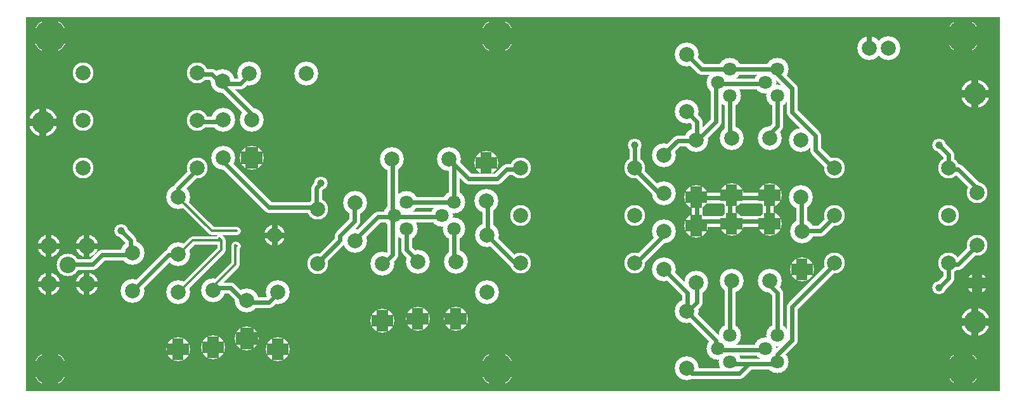
<source format=gbr>
%FSLAX34Y34*%
%MOMM*%
%LNCOPPER_BOTTOM*%
G71*
G01*
%ADD10C,3.000*%
%ADD11C,3.200*%
%ADD12C,2.800*%
%ADD13C,2.800*%
%ADD14C,1.400*%
%ADD15C,1.100*%
%ADD16C,1.800*%
%ADD17C,3.000*%
%ADD18C,3.800*%
%ADD19C,4.500*%
%ADD20C,1.467*%
%ADD21C,0.667*%
%ADD22C,0.813*%
%ADD23C,0.767*%
%ADD24C,1.713*%
%ADD25C,0.733*%
%ADD26C,1.000*%
%ADD27C,2.222*%
%ADD28C,2.179*%
%ADD29C,2.480*%
%ADD30C,2.537*%
%ADD31C,1.380*%
%ADD32C,1.800*%
%ADD33C,2.000*%
%ADD34C,2.000*%
%ADD35C,0.600*%
%ADD36C,0.300*%
%ADD37C,1.000*%
%ADD38C,2.200*%
%ADD39C,4.300*%
%LPD*%
G36*
X-76200Y76200D02*
X1223800Y76200D01*
X1223800Y-423800D01*
X-76200Y-423800D01*
X-76200Y76200D01*
G37*
%LPC*%
X863600Y6350D02*
G54D10*
D03*
X847700Y-11225D02*
G54D10*
D03*
X863635Y-28841D02*
G54D10*
D03*
X927100Y6350D02*
G54D10*
D03*
X911200Y-11225D02*
G54D10*
D03*
X927135Y-28841D02*
G54D10*
D03*
X863600Y-349250D02*
G54D10*
D03*
X847700Y-366825D02*
G54D10*
D03*
X863635Y-384441D02*
G54D10*
D03*
X927100Y-349250D02*
G54D10*
D03*
X911200Y-366825D02*
G54D10*
D03*
X927135Y-384441D02*
G54D10*
D03*
X865529Y-161975D02*
G54D11*
D03*
X865579Y-85725D02*
G54D11*
D03*
X865529Y-276275D02*
G54D11*
D03*
X865579Y-200025D02*
G54D11*
D03*
X916329Y-161975D02*
G54D11*
D03*
X916379Y-85725D02*
G54D11*
D03*
X916329Y-276275D02*
G54D11*
D03*
X916379Y-200025D02*
G54D11*
D03*
X818538Y-164535D02*
G54D11*
D03*
X818588Y-88285D02*
G54D11*
D03*
X818538Y-278835D02*
G54D11*
D03*
X818588Y-202585D02*
G54D11*
D03*
X805838Y-393135D02*
G54D11*
D03*
X805888Y-316885D02*
G54D11*
D03*
X805838Y-50235D02*
G54D11*
D03*
X805888Y26015D02*
G54D11*
D03*
X775577Y-108716D02*
G54D11*
D03*
X775577Y-159516D02*
G54D11*
D03*
X775577Y-210316D02*
G54D11*
D03*
X775577Y-261116D02*
G54D11*
D03*
X958238Y-164535D02*
G54D11*
D03*
X958288Y-88285D02*
G54D11*
D03*
X959727Y-210316D02*
G54D11*
D03*
X959727Y-261116D02*
G54D11*
D03*
X818538Y-164535D02*
G54D12*
D03*
X818588Y-202585D02*
G54D12*
D03*
X865579Y-200025D02*
G54D12*
D03*
X865529Y-161975D02*
G54D12*
D03*
X916379Y-200025D02*
G54D12*
D03*
X916329Y-161975D02*
G54D12*
D03*
X959727Y-261116D02*
G54D12*
D03*
X584200Y-125350D02*
G54D13*
D03*
X736600Y-125350D02*
G54D13*
D03*
X584200Y-252350D02*
G54D13*
D03*
X584200Y-188850D02*
G54D13*
D03*
X736600Y-188850D02*
G54D13*
D03*
X736600Y-252350D02*
G54D13*
D03*
X1003300Y-125350D02*
G54D13*
D03*
X1155700Y-125350D02*
G54D13*
D03*
X1003300Y-252350D02*
G54D13*
D03*
X1003300Y-188850D02*
G54D13*
D03*
X1155700Y-188850D02*
G54D13*
D03*
X1155700Y-252350D02*
G54D13*
D03*
X584200Y-188850D02*
G54D12*
D03*
X736600Y-188850D02*
G54D12*
D03*
X1003300Y-188850D02*
G54D12*
D03*
X1155700Y-188850D02*
G54D12*
D03*
X1049475Y34325D02*
G54D11*
D03*
X1074975Y34325D02*
G54D11*
D03*
X431800Y-171450D02*
G54D10*
D03*
X415900Y-189025D02*
G54D10*
D03*
X431835Y-206641D02*
G54D10*
D03*
X495300Y-171450D02*
G54D10*
D03*
X479400Y-189025D02*
G54D10*
D03*
X495335Y-206641D02*
G54D10*
D03*
X446429Y-327075D02*
G54D11*
D03*
X446479Y-250825D02*
G54D11*
D03*
X497229Y-327075D02*
G54D11*
D03*
X497279Y-250825D02*
G54D11*
D03*
X399438Y-329635D02*
G54D11*
D03*
X399488Y-253385D02*
G54D11*
D03*
X399488Y-253385D02*
G54D11*
D03*
X362827Y-172216D02*
G54D11*
D03*
X362827Y-223016D02*
G54D11*
D03*
X412148Y-113661D02*
G54D11*
D03*
X488399Y-113711D02*
G54D11*
D03*
X488399Y-113711D02*
G54D11*
D03*
X539536Y-215535D02*
G54D11*
D03*
X539486Y-291785D02*
G54D11*
D03*
X538048Y-169753D02*
G54D11*
D03*
X538048Y-118953D02*
G54D11*
D03*
X538048Y-118953D02*
G54D12*
D03*
X446429Y-327075D02*
G54D12*
D03*
X497229Y-327075D02*
G54D12*
D03*
X399438Y-329635D02*
G54D12*
D03*
G54D14*
X412148Y-113661D02*
X412750Y-114300D01*
X412750Y-190500D01*
X415900Y-189025D01*
G54D14*
X399488Y-253385D02*
X400050Y-254000D01*
X412750Y-241300D01*
X412750Y-190500D01*
X415900Y-189025D01*
G54D14*
X446479Y-250825D02*
X444500Y-247650D01*
X431800Y-234950D01*
X431800Y-209550D01*
X431835Y-206641D01*
G54D14*
X479400Y-189025D02*
X476250Y-190500D01*
X412750Y-190500D01*
X415900Y-189025D01*
G54D14*
X495300Y-171450D02*
X431800Y-171450D01*
G54D14*
X488399Y-113711D02*
X488950Y-114300D01*
X495300Y-120650D01*
X495300Y-171450D01*
G54D14*
X497279Y-250825D02*
X495300Y-247650D01*
X495300Y-209550D01*
X495335Y-206641D01*
G54D14*
X539536Y-215535D02*
X539750Y-215900D01*
X577850Y-254000D01*
X584200Y-254000D01*
X584200Y-252350D01*
G54D14*
X538048Y-169753D02*
X539750Y-171450D01*
X539750Y-215900D01*
X539536Y-215535D01*
G54D14*
X488399Y-113711D02*
X488950Y-114300D01*
X514350Y-139700D01*
X552450Y-139700D01*
X565150Y-127000D01*
X584200Y-127000D01*
X584200Y-125350D01*
G54D14*
X736600Y-252350D02*
X736600Y-254000D01*
X774700Y-215900D01*
X774700Y-209550D01*
X775577Y-210316D01*
G54D14*
X736600Y-125350D02*
X736600Y-127000D01*
X768350Y-158750D01*
X774700Y-158750D01*
X775577Y-159516D01*
G54D14*
X775577Y-108716D02*
X774700Y-107950D01*
X793750Y-88900D01*
X819150Y-88900D01*
X818588Y-88285D01*
G54D14*
X805838Y-50235D02*
X806450Y-50800D01*
X819150Y-63500D01*
X819150Y-88900D01*
X818588Y-88285D01*
G54D14*
X818588Y-88285D02*
X819150Y-88900D01*
X844550Y-63500D01*
X844550Y-12700D01*
X847700Y-11225D01*
G54D14*
X865579Y-85725D02*
X863600Y-82550D01*
X863600Y-31750D01*
X863635Y-28841D01*
G54D14*
X911200Y-11225D02*
X908050Y-12700D01*
X844550Y-12700D01*
X847700Y-11225D01*
G54D14*
X927100Y6350D02*
X863600Y6350D01*
G54D14*
X805888Y26015D02*
X806450Y25400D01*
X825500Y6350D01*
X927100Y6350D01*
G54D14*
X1003300Y-125350D02*
X1003300Y-127000D01*
X977900Y-101600D01*
X977900Y-82550D01*
X946150Y-50800D01*
X946150Y-19050D01*
X927100Y0D01*
X927100Y6350D01*
G54D14*
X916379Y-85725D02*
X914400Y-82550D01*
X927100Y-69850D01*
X927100Y-31750D01*
X927135Y-28841D01*
G54D14*
X916329Y-161975D02*
X914400Y-165100D01*
X863600Y-165100D01*
X865529Y-161975D01*
G54D14*
X818538Y-164535D02*
X819150Y-165100D01*
X863600Y-165100D01*
X865529Y-161975D01*
G54D14*
X818588Y-202585D02*
X819150Y-203200D01*
X819150Y-165100D01*
X818538Y-164535D01*
G54D14*
X818588Y-202585D02*
X819150Y-203200D01*
X825500Y-196850D01*
X863600Y-196850D01*
X865579Y-200025D01*
G54D14*
X916379Y-200025D02*
X914400Y-196850D01*
X863600Y-196850D01*
X865579Y-200025D01*
G54D14*
X959727Y-210316D02*
X958850Y-209550D01*
X958850Y-165100D01*
X958238Y-164535D01*
G54D14*
X1003300Y-188850D02*
X1003300Y-190500D01*
X984250Y-209550D01*
X958850Y-209550D01*
X959727Y-210316D01*
G54D14*
X1003300Y-252350D02*
X1003300Y-254000D01*
X946150Y-311150D01*
X946150Y-355600D01*
X927100Y-374650D01*
X927100Y-387350D01*
X927135Y-384441D01*
G54D14*
X916329Y-276275D02*
X914400Y-279400D01*
X927100Y-292100D01*
X927100Y-349250D01*
G54D14*
X865529Y-276275D02*
X863600Y-279400D01*
X863600Y-349250D01*
G54D14*
X805888Y-316885D02*
X806450Y-317500D01*
X844550Y-355600D01*
X844550Y-368300D01*
X847700Y-366825D01*
G54D14*
X775577Y-261116D02*
X774700Y-260350D01*
X806450Y-292100D01*
X806450Y-317500D01*
X805888Y-316885D01*
G54D14*
X805888Y-316885D02*
X806450Y-317500D01*
X819150Y-304800D01*
X819150Y-279400D01*
X818538Y-278835D01*
G54D14*
X911200Y-366825D02*
X908050Y-368300D01*
X844550Y-368300D01*
X847700Y-366825D01*
G54D14*
X805838Y-393135D02*
X806450Y-393700D01*
X812800Y-400050D01*
X876300Y-400050D01*
X889000Y-387350D01*
X927100Y-387350D01*
X927135Y-384441D01*
G54D14*
X927135Y-384441D02*
X927100Y-387350D01*
X863600Y-387350D01*
X863635Y-384441D01*
G54D14*
X362827Y-223016D02*
X361950Y-222250D01*
X393700Y-190500D01*
X412750Y-190500D01*
X415900Y-189025D01*
X173379Y-365175D02*
G54D11*
D03*
X173429Y-288925D02*
G54D11*
D03*
X126388Y-367735D02*
G54D11*
D03*
X126438Y-291485D02*
G54D11*
D03*
X126438Y-291485D02*
G54D11*
D03*
X173379Y-365175D02*
G54D12*
D03*
X126388Y-367735D02*
G54D12*
D03*
X312874Y-253593D02*
G54D13*
D03*
X255724Y-215493D02*
G54D13*
D03*
X312874Y-180568D02*
G54D13*
D03*
X255724Y-215493D02*
G54D13*
D03*
X218481Y-302291D02*
G54D11*
D03*
X218593Y-353272D02*
G54D11*
D03*
X218593Y-353272D02*
G54D13*
D03*
X218593Y-353272D02*
G54D13*
D03*
X186997Y-112161D02*
G54D11*
D03*
X186885Y-61180D02*
G54D11*
D03*
X224831Y-60991D02*
G54D11*
D03*
X224943Y-111972D02*
G54D11*
D03*
X224943Y-111972D02*
G54D13*
D03*
X224943Y-111972D02*
G54D13*
D03*
X126472Y-164471D02*
G54D11*
D03*
X126422Y-240721D02*
G54D11*
D03*
X126422Y-240721D02*
G54D11*
D03*
X66081Y-238791D02*
G54D11*
D03*
X66193Y-289772D02*
G54D11*
D03*
X0Y1650D02*
G54D13*
D03*
X152400Y1650D02*
G54D13*
D03*
X0Y-125350D02*
G54D13*
D03*
X0Y-61850D02*
G54D13*
D03*
X152400Y-61850D02*
G54D13*
D03*
X152400Y-125350D02*
G54D13*
D03*
X0Y-61850D02*
G54D12*
D03*
X152400Y-61850D02*
G54D12*
D03*
X186103Y-9534D02*
G54D11*
D03*
X259738Y-367735D02*
G54D11*
D03*
X259788Y-291485D02*
G54D11*
D03*
X259788Y-291485D02*
G54D11*
D03*
X259738Y-367735D02*
G54D12*
D03*
G54D14*
X186103Y-9534D02*
X184150Y-12700D01*
X171450Y0D01*
X152400Y0D01*
X152400Y1650D01*
G54D14*
X186103Y-9534D02*
X184150Y-12700D01*
X222250Y-50800D01*
X222250Y-63500D01*
X224831Y-60991D01*
G54D14*
X152400Y-61850D02*
X152400Y-63500D01*
X184150Y-63500D01*
X186885Y-61180D01*
G54D14*
X186997Y-112161D02*
X184150Y-114300D01*
X247650Y-177800D01*
X311150Y-177800D01*
X312874Y-180568D01*
G54D14*
X152400Y-125350D02*
X152400Y-127000D01*
X127000Y-152400D01*
X127000Y-165100D01*
X126472Y-164471D01*
G54D14*
X66193Y-289772D02*
X63500Y-292100D01*
X114300Y-241300D01*
X127000Y-241300D01*
X126422Y-240721D01*
G54D15*
X126422Y-240721D02*
X127000Y-241300D01*
X146050Y-222250D01*
X184150Y-222250D01*
X181650Y-219750D01*
G54D15*
X126438Y-291485D02*
X127000Y-292100D01*
X184150Y-234950D01*
X184150Y-222250D01*
X181650Y-219750D01*
G54D15*
X173429Y-288925D02*
X171450Y-285750D01*
X203200Y-254000D01*
X203200Y-228600D01*
X204550Y-229950D01*
G54D14*
X218481Y-302291D02*
X215900Y-304800D01*
X196850Y-285750D01*
X171450Y-285750D01*
X173429Y-288925D01*
G54D14*
X259788Y-291485D02*
X260350Y-292100D01*
X247650Y-304800D01*
X215900Y-304800D01*
X218481Y-302291D01*
G54D14*
X312874Y-253593D02*
X311150Y-254000D01*
X342900Y-222250D01*
X342900Y-215900D01*
X361950Y-196850D01*
X361950Y-171450D01*
X362827Y-172216D01*
G54D14*
X916379Y-200025D02*
X914400Y-196850D01*
X914400Y-165100D01*
X916329Y-161975D01*
G54D14*
X865579Y-200025D02*
X863600Y-196850D01*
X863600Y-165100D01*
X865529Y-161975D01*
X317500Y-146050D02*
G54D16*
D03*
X736600Y-95250D02*
G54D16*
D03*
X1143000Y-95250D02*
G54D16*
D03*
X1143000Y-285750D02*
G54D16*
D03*
G54D15*
X126472Y-164471D02*
X127000Y-165100D01*
X171450Y-209550D01*
X203200Y-209550D01*
X204550Y-209550D01*
G54D14*
X1143000Y-95250D02*
X1155700Y-107950D01*
X1155700Y-127000D01*
X1155700Y-125350D01*
G54D14*
X1143000Y-285750D02*
X1155700Y-273050D01*
X1155700Y-254000D01*
X1155700Y-252350D01*
G54D14*
X317500Y-146050D02*
X311150Y-152400D01*
X311150Y-177800D01*
X312874Y-180568D01*
G54D14*
X736600Y-95250D02*
X736600Y-127000D01*
X736600Y-125350D01*
X-46269Y-230119D02*
G54D17*
D03*
X4531Y-230119D02*
G54D17*
D03*
X-20869Y-255519D02*
G54D17*
D03*
X4531Y-280919D02*
G54D17*
D03*
X-46269Y-280919D02*
G54D17*
D03*
X50800Y-209550D02*
G54D16*
D03*
G54D14*
X-20869Y-255519D02*
X-19050Y-254000D01*
X12700Y-254000D01*
X25400Y-241300D01*
X63500Y-241300D01*
X66081Y-238791D01*
G54D14*
X50800Y-209550D02*
X63500Y-222250D01*
X63500Y-241300D01*
X66081Y-238791D01*
X221649Y639D02*
G54D11*
D03*
X297898Y589D02*
G54D11*
D03*
X297898Y589D02*
G54D11*
D03*
G54D14*
X221649Y639D02*
X222250Y0D01*
X209550Y-12700D01*
X184150Y-12700D01*
X186103Y-9534D01*
X-53974Y-64963D02*
G54D18*
D03*
X-44450Y-393700D02*
G54D19*
D03*
X-44450Y50800D02*
G54D19*
D03*
X1174750Y50800D02*
G54D19*
D03*
X1174750Y-393700D02*
G54D19*
D03*
X1193800Y-158750D02*
G54D13*
D03*
X1193800Y-228600D02*
G54D13*
D03*
G54D14*
X1193800Y-152400D02*
X1168400Y-127000D01*
X1155700Y-127000D01*
X1155700Y-125350D01*
G54D14*
X1193800Y-228600D02*
X1168400Y-254000D01*
X1155700Y-254000D01*
X1155700Y-252350D01*
X1193800Y-279400D02*
G54D13*
D03*
X1190626Y-26863D02*
G54D18*
D03*
X1190626Y-331663D02*
G54D18*
D03*
X552450Y-393700D02*
G54D19*
D03*
X552450Y50800D02*
G54D19*
D03*
%LPD*%
G54D20*
G36*
X811205Y-164535D02*
X811205Y-150035D01*
X825872Y-150035D01*
X825872Y-164535D01*
X811205Y-164535D01*
G37*
G36*
X818538Y-157201D02*
X833038Y-157201D01*
X833038Y-171868D01*
X818538Y-171868D01*
X818538Y-157201D01*
G37*
G36*
X825872Y-164535D02*
X825872Y-179035D01*
X811205Y-179035D01*
X811205Y-164535D01*
X825872Y-164535D01*
G37*
G36*
X818538Y-171868D02*
X804038Y-171868D01*
X804038Y-157201D01*
X818538Y-157201D01*
X818538Y-171868D01*
G37*
G54D20*
G36*
X811255Y-202585D02*
X811255Y-188085D01*
X825922Y-188085D01*
X825922Y-202585D01*
X811255Y-202585D01*
G37*
G36*
X818588Y-195251D02*
X833088Y-195251D01*
X833088Y-209918D01*
X818588Y-209918D01*
X818588Y-195251D01*
G37*
G36*
X825922Y-202585D02*
X825922Y-217085D01*
X811255Y-217085D01*
X811255Y-202585D01*
X825922Y-202585D01*
G37*
G36*
X818588Y-209918D02*
X804088Y-209918D01*
X804088Y-195251D01*
X818588Y-195251D01*
X818588Y-209918D01*
G37*
G54D20*
G36*
X858246Y-200025D02*
X858246Y-185525D01*
X872912Y-185525D01*
X872912Y-200025D01*
X858246Y-200025D01*
G37*
G36*
X865579Y-192692D02*
X880079Y-192692D01*
X880079Y-207358D01*
X865579Y-207358D01*
X865579Y-192692D01*
G37*
G36*
X872912Y-200025D02*
X872912Y-214525D01*
X858246Y-214525D01*
X858246Y-200025D01*
X872912Y-200025D01*
G37*
G36*
X865579Y-207358D02*
X851079Y-207358D01*
X851079Y-192692D01*
X865579Y-192692D01*
X865579Y-207358D01*
G37*
G54D20*
G36*
X858196Y-161975D02*
X858196Y-147475D01*
X872862Y-147475D01*
X872862Y-161975D01*
X858196Y-161975D01*
G37*
G36*
X865529Y-154642D02*
X880029Y-154642D01*
X880029Y-169308D01*
X865529Y-169308D01*
X865529Y-154642D01*
G37*
G36*
X872862Y-161975D02*
X872862Y-176475D01*
X858196Y-176475D01*
X858196Y-161975D01*
X872862Y-161975D01*
G37*
G36*
X865529Y-169308D02*
X851029Y-169308D01*
X851029Y-154642D01*
X865529Y-154642D01*
X865529Y-169308D01*
G37*
G54D20*
G36*
X909046Y-200025D02*
X909046Y-185525D01*
X923712Y-185525D01*
X923712Y-200025D01*
X909046Y-200025D01*
G37*
G36*
X916379Y-192692D02*
X930879Y-192692D01*
X930879Y-207358D01*
X916379Y-207358D01*
X916379Y-192692D01*
G37*
G36*
X923712Y-200025D02*
X923712Y-214525D01*
X909046Y-214525D01*
X909046Y-200025D01*
X923712Y-200025D01*
G37*
G36*
X916379Y-207358D02*
X901879Y-207358D01*
X901879Y-192692D01*
X916379Y-192692D01*
X916379Y-207358D01*
G37*
G54D20*
G36*
X908996Y-161975D02*
X908996Y-147475D01*
X923662Y-147475D01*
X923662Y-161975D01*
X908996Y-161975D01*
G37*
G36*
X916329Y-154642D02*
X930829Y-154642D01*
X930829Y-169308D01*
X916329Y-169308D01*
X916329Y-154642D01*
G37*
G36*
X923662Y-161975D02*
X923662Y-176475D01*
X908996Y-176475D01*
X908996Y-161975D01*
X923662Y-161975D01*
G37*
G36*
X916329Y-169308D02*
X901829Y-169308D01*
X901829Y-154642D01*
X916329Y-154642D01*
X916329Y-169308D01*
G37*
G54D20*
G36*
X952393Y-261116D02*
X952393Y-246616D01*
X967060Y-246616D01*
X967060Y-261116D01*
X952393Y-261116D01*
G37*
G36*
X959727Y-253783D02*
X974227Y-253783D01*
X974227Y-268450D01*
X959727Y-268450D01*
X959727Y-253783D01*
G37*
G36*
X967060Y-261116D02*
X967060Y-275616D01*
X952393Y-275616D01*
X952393Y-261116D01*
X967060Y-261116D01*
G37*
G36*
X959727Y-268450D02*
X945227Y-268450D01*
X945227Y-253783D01*
X959727Y-253783D01*
X959727Y-268450D01*
G37*
G54D21*
G36*
X1046142Y34325D02*
X1046142Y50825D01*
X1052808Y50825D01*
X1052808Y34325D01*
X1046142Y34325D01*
G37*
G54D22*
G54D20*
G36*
X545381Y-118953D02*
X545381Y-133453D01*
X530714Y-133453D01*
X530714Y-118953D01*
X545381Y-118953D01*
G37*
G36*
X538048Y-126286D02*
X523548Y-126286D01*
X523548Y-111620D01*
X538048Y-111620D01*
X538048Y-126286D01*
G37*
G36*
X530714Y-118953D02*
X530714Y-104453D01*
X545381Y-104453D01*
X545381Y-118953D01*
X530714Y-118953D01*
G37*
G36*
X538048Y-111620D02*
X552548Y-111620D01*
X552548Y-126286D01*
X538048Y-126286D01*
X538048Y-111620D01*
G37*
G54D20*
G36*
X439096Y-327075D02*
X439096Y-312575D01*
X453762Y-312575D01*
X453762Y-327075D01*
X439096Y-327075D01*
G37*
G36*
X446429Y-319742D02*
X460929Y-319742D01*
X460929Y-334408D01*
X446429Y-334408D01*
X446429Y-319742D01*
G37*
G36*
X453762Y-327075D02*
X453762Y-341575D01*
X439096Y-341575D01*
X439096Y-327075D01*
X453762Y-327075D01*
G37*
G36*
X446429Y-334408D02*
X431929Y-334408D01*
X431929Y-319742D01*
X446429Y-319742D01*
X446429Y-334408D01*
G37*
G54D20*
G36*
X489896Y-327075D02*
X489896Y-312575D01*
X504562Y-312575D01*
X504562Y-327075D01*
X489896Y-327075D01*
G37*
G36*
X497229Y-319742D02*
X511729Y-319742D01*
X511729Y-334408D01*
X497229Y-334408D01*
X497229Y-319742D01*
G37*
G36*
X504562Y-327075D02*
X504562Y-341575D01*
X489896Y-341575D01*
X489896Y-327075D01*
X504562Y-327075D01*
G37*
G36*
X497229Y-334408D02*
X482729Y-334408D01*
X482729Y-319742D01*
X497229Y-319742D01*
X497229Y-334408D01*
G37*
G54D20*
G36*
X392105Y-329635D02*
X392105Y-315135D01*
X406772Y-315135D01*
X406772Y-329635D01*
X392105Y-329635D01*
G37*
G36*
X399438Y-322301D02*
X413938Y-322301D01*
X413938Y-336968D01*
X399438Y-336968D01*
X399438Y-322301D01*
G37*
G36*
X406772Y-329635D02*
X406772Y-344135D01*
X392105Y-344135D01*
X392105Y-329635D01*
X406772Y-329635D01*
G37*
G36*
X399438Y-336968D02*
X384938Y-336968D01*
X384938Y-322301D01*
X399438Y-322301D01*
X399438Y-336968D01*
G37*
G54D20*
G36*
X166046Y-365175D02*
X166046Y-350675D01*
X180712Y-350675D01*
X180712Y-365175D01*
X166046Y-365175D01*
G37*
G36*
X173379Y-357842D02*
X187879Y-357842D01*
X187879Y-372508D01*
X173379Y-372508D01*
X173379Y-357842D01*
G37*
G36*
X180712Y-365175D02*
X180712Y-379675D01*
X166046Y-379675D01*
X166046Y-365175D01*
X180712Y-365175D01*
G37*
G36*
X173379Y-372508D02*
X158879Y-372508D01*
X158879Y-357842D01*
X173379Y-357842D01*
X173379Y-372508D01*
G37*
G54D20*
G36*
X119055Y-367735D02*
X119055Y-353235D01*
X133722Y-353235D01*
X133722Y-367735D01*
X119055Y-367735D01*
G37*
G36*
X126388Y-360401D02*
X140888Y-360401D01*
X140888Y-375068D01*
X126388Y-375068D01*
X126388Y-360401D01*
G37*
G36*
X133722Y-367735D02*
X133722Y-382235D01*
X119055Y-382235D01*
X119055Y-367735D01*
X133722Y-367735D01*
G37*
G36*
X126388Y-375068D02*
X111888Y-375068D01*
X111888Y-360401D01*
X126388Y-360401D01*
X126388Y-375068D01*
G37*
G54D23*
G36*
X255724Y-211660D02*
X270224Y-211660D01*
X270224Y-219326D01*
X255724Y-219326D01*
X255724Y-211660D01*
G37*
G36*
X259558Y-215493D02*
X259558Y-229993D01*
X251891Y-229993D01*
X251891Y-215493D01*
X259558Y-215493D01*
G37*
G36*
X255724Y-219326D02*
X241224Y-219326D01*
X241224Y-211660D01*
X255724Y-211660D01*
X255724Y-219326D01*
G37*
G36*
X251891Y-215493D02*
X251891Y-200993D01*
X259558Y-200993D01*
X259558Y-215493D01*
X251891Y-215493D01*
G37*
G54D23*
G36*
X214760Y-353272D02*
X214760Y-338772D01*
X222427Y-338772D01*
X222427Y-353272D01*
X214760Y-353272D01*
G37*
G36*
X218593Y-349439D02*
X233093Y-349439D01*
X233093Y-357105D01*
X218593Y-357105D01*
X218593Y-349439D01*
G37*
G36*
X222427Y-353272D02*
X222427Y-367772D01*
X214760Y-367772D01*
X214760Y-353272D01*
X222427Y-353272D01*
G37*
G36*
X218593Y-357105D02*
X204093Y-357105D01*
X204093Y-349439D01*
X218593Y-349439D01*
X218593Y-357105D01*
G37*
G54D24*
G36*
X210027Y-353272D02*
X210027Y-338772D01*
X227160Y-338772D01*
X227160Y-353272D01*
X210027Y-353272D01*
G37*
G36*
X218593Y-344705D02*
X233093Y-344705D01*
X233093Y-361839D01*
X218593Y-361839D01*
X218593Y-344705D01*
G37*
G36*
X227160Y-353272D02*
X227160Y-367772D01*
X210027Y-367772D01*
X210027Y-353272D01*
X227160Y-353272D01*
G37*
G36*
X218593Y-361839D02*
X204093Y-361839D01*
X204093Y-344705D01*
X218593Y-344705D01*
X218593Y-361839D01*
G37*
G54D23*
G36*
X221110Y-111972D02*
X221110Y-97472D01*
X228777Y-97472D01*
X228777Y-111972D01*
X221110Y-111972D01*
G37*
G36*
X224943Y-108139D02*
X239443Y-108139D01*
X239443Y-115805D01*
X224943Y-115805D01*
X224943Y-108139D01*
G37*
G36*
X228777Y-111972D02*
X228777Y-126472D01*
X221110Y-126472D01*
X221110Y-111972D01*
X228777Y-111972D01*
G37*
G36*
X224943Y-115805D02*
X210443Y-115805D01*
X210443Y-108139D01*
X224943Y-108139D01*
X224943Y-115805D01*
G37*
G54D24*
G36*
X216377Y-111972D02*
X216377Y-97472D01*
X233510Y-97472D01*
X233510Y-111972D01*
X216377Y-111972D01*
G37*
G36*
X224943Y-103405D02*
X239443Y-103405D01*
X239443Y-120539D01*
X224943Y-120539D01*
X224943Y-103405D01*
G37*
G36*
X233510Y-111972D02*
X233510Y-126472D01*
X216377Y-126472D01*
X216377Y-111972D01*
X233510Y-111972D01*
G37*
G36*
X224943Y-120539D02*
X210443Y-120539D01*
X210443Y-103405D01*
X224943Y-103405D01*
X224943Y-120539D01*
G37*
G54D20*
G36*
X252405Y-367735D02*
X252405Y-353235D01*
X267072Y-353235D01*
X267072Y-367735D01*
X252405Y-367735D01*
G37*
G36*
X259738Y-360401D02*
X274238Y-360401D01*
X274238Y-375068D01*
X259738Y-375068D01*
X259738Y-360401D01*
G37*
G36*
X267072Y-367735D02*
X267072Y-382235D01*
X252405Y-382235D01*
X252405Y-367735D01*
X267072Y-367735D01*
G37*
G36*
X259738Y-375068D02*
X245238Y-375068D01*
X245238Y-360401D01*
X259738Y-360401D01*
X259738Y-375068D01*
G37*
G54D25*
G36*
X-49935Y-230119D02*
X-49935Y-214619D01*
X-42602Y-214619D01*
X-42602Y-230119D01*
X-49935Y-230119D01*
G37*
G36*
X-46269Y-226452D02*
X-30769Y-226452D01*
X-30769Y-233785D01*
X-46269Y-233785D01*
X-46269Y-226452D01*
G37*
G36*
X-42602Y-230119D02*
X-42602Y-245619D01*
X-49935Y-245619D01*
X-49935Y-230119D01*
X-42602Y-230119D01*
G37*
G36*
X-46269Y-233785D02*
X-61769Y-233785D01*
X-61769Y-226452D01*
X-46269Y-226452D01*
X-46269Y-233785D01*
G37*
G54D25*
G36*
X865Y-230119D02*
X865Y-214619D01*
X8198Y-214619D01*
X8198Y-230119D01*
X865Y-230119D01*
G37*
G36*
X4531Y-226452D02*
X20031Y-226452D01*
X20031Y-233785D01*
X4531Y-233785D01*
X4531Y-226452D01*
G37*
G36*
X8198Y-230119D02*
X8198Y-245619D01*
X865Y-245619D01*
X865Y-230119D01*
X8198Y-230119D01*
G37*
G36*
X4531Y-233785D02*
X-10969Y-233785D01*
X-10969Y-226452D01*
X4531Y-226452D01*
X4531Y-233785D01*
G37*
G54D25*
G36*
X865Y-280919D02*
X865Y-265419D01*
X8198Y-265419D01*
X8198Y-280919D01*
X865Y-280919D01*
G37*
G36*
X4531Y-277252D02*
X20031Y-277252D01*
X20031Y-284585D01*
X4531Y-284585D01*
X4531Y-277252D01*
G37*
G36*
X8198Y-280919D02*
X8198Y-296419D01*
X865Y-296419D01*
X865Y-280919D01*
X8198Y-280919D01*
G37*
G36*
X4531Y-284585D02*
X-10969Y-284585D01*
X-10969Y-277252D01*
X4531Y-277252D01*
X4531Y-284585D01*
G37*
G54D25*
G36*
X-49935Y-280919D02*
X-49935Y-265419D01*
X-42602Y-265419D01*
X-42602Y-280919D01*
X-49935Y-280919D01*
G37*
G36*
X-46269Y-277252D02*
X-30769Y-277252D01*
X-30769Y-284585D01*
X-46269Y-284585D01*
X-46269Y-277252D01*
G37*
G36*
X-42602Y-280919D02*
X-42602Y-296419D01*
X-49935Y-296419D01*
X-49935Y-280919D01*
X-42602Y-280919D01*
G37*
G36*
X-46269Y-284585D02*
X-61769Y-284585D01*
X-61769Y-277252D01*
X-46269Y-277252D01*
X-46269Y-284585D01*
G37*
G54D26*
G36*
X-58974Y-64963D02*
X-58974Y-45463D01*
X-48974Y-45463D01*
X-48974Y-64963D01*
X-58974Y-64963D01*
G37*
G36*
X-53974Y-59963D02*
X-34474Y-59963D01*
X-34474Y-69963D01*
X-53974Y-69963D01*
X-53974Y-59963D01*
G37*
G36*
X-48974Y-64963D02*
X-48974Y-84463D01*
X-58974Y-84463D01*
X-58974Y-64963D01*
X-48974Y-64963D01*
G37*
G36*
X-53974Y-69963D02*
X-73474Y-69963D01*
X-73474Y-59963D01*
X-53974Y-59963D01*
X-53974Y-69963D01*
G37*
G54D27*
G36*
X-44450Y-382592D02*
X-21450Y-382592D01*
X-21450Y-404808D01*
X-44450Y-404808D01*
X-44450Y-382592D01*
G37*
G36*
X-33342Y-393700D02*
X-33342Y-416700D01*
X-55558Y-416700D01*
X-55558Y-393700D01*
X-33342Y-393700D01*
G37*
G36*
X-44450Y-404808D02*
X-67450Y-404808D01*
X-67450Y-382592D01*
X-44450Y-382592D01*
X-44450Y-404808D01*
G37*
G36*
X-55558Y-393700D02*
X-55558Y-370700D01*
X-33342Y-370700D01*
X-33342Y-393700D01*
X-55558Y-393700D01*
G37*
G54D28*
G36*
X-44450Y61693D02*
X-21450Y61693D01*
X-21450Y39907D01*
X-44450Y39907D01*
X-44450Y61693D01*
G37*
G36*
X-33557Y50800D02*
X-33557Y27800D01*
X-55343Y27800D01*
X-55343Y50800D01*
X-33557Y50800D01*
G37*
G36*
X-44450Y39907D02*
X-67450Y39907D01*
X-67450Y61693D01*
X-44450Y61693D01*
X-44450Y39907D01*
G37*
G36*
X-55343Y50800D02*
X-55343Y73800D01*
X-33557Y73800D01*
X-33557Y50800D01*
X-55343Y50800D01*
G37*
G54D29*
G36*
X1174750Y63198D02*
X1197750Y63198D01*
X1197750Y38402D01*
X1174750Y38402D01*
X1174750Y63198D01*
G37*
G36*
X1187148Y50800D02*
X1187148Y27800D01*
X1162352Y27800D01*
X1162352Y50800D01*
X1187148Y50800D01*
G37*
G36*
X1174750Y38402D02*
X1151750Y38402D01*
X1151750Y63198D01*
X1174750Y63198D01*
X1174750Y38402D01*
G37*
G36*
X1162352Y50800D02*
X1162352Y73800D01*
X1187148Y73800D01*
X1187148Y50800D01*
X1162352Y50800D01*
G37*
G54D30*
G36*
X1174750Y-381015D02*
X1197750Y-381015D01*
X1197750Y-406385D01*
X1174750Y-406385D01*
X1174750Y-381015D01*
G37*
G36*
X1187435Y-393700D02*
X1187435Y-416700D01*
X1162065Y-416700D01*
X1162065Y-393700D01*
X1187435Y-393700D01*
G37*
G36*
X1174750Y-406385D02*
X1151750Y-406385D01*
X1151750Y-381015D01*
X1174750Y-381015D01*
X1174750Y-406385D01*
G37*
G36*
X1162065Y-393700D02*
X1162065Y-370700D01*
X1187435Y-370700D01*
X1187435Y-393700D01*
X1162065Y-393700D01*
G37*
G54D31*
G36*
X1186900Y-279400D02*
X1186900Y-264900D01*
X1200700Y-264900D01*
X1200700Y-279400D01*
X1186900Y-279400D01*
G37*
G36*
X1193800Y-272500D02*
X1208300Y-272500D01*
X1208300Y-286300D01*
X1193800Y-286300D01*
X1193800Y-272500D01*
G37*
G36*
X1200700Y-279400D02*
X1200700Y-293900D01*
X1186900Y-293900D01*
X1186900Y-279400D01*
X1200700Y-279400D01*
G37*
G36*
X1193800Y-286300D02*
X1179300Y-286300D01*
X1179300Y-272500D01*
X1193800Y-272500D01*
X1193800Y-286300D01*
G37*
G54D26*
G36*
X1185626Y-26863D02*
X1185626Y-7363D01*
X1195626Y-7363D01*
X1195626Y-26863D01*
X1185626Y-26863D01*
G37*
G36*
X1190626Y-21863D02*
X1210126Y-21863D01*
X1210126Y-31863D01*
X1190626Y-31863D01*
X1190626Y-21863D01*
G37*
G36*
X1195626Y-26863D02*
X1195626Y-46363D01*
X1185626Y-46363D01*
X1185626Y-26863D01*
X1195626Y-26863D01*
G37*
G36*
X1190626Y-31863D02*
X1171126Y-31863D01*
X1171126Y-21863D01*
X1190626Y-21863D01*
X1190626Y-31863D01*
G37*
G54D26*
G36*
X1185626Y-331663D02*
X1185626Y-312163D01*
X1195626Y-312163D01*
X1195626Y-331663D01*
X1185626Y-331663D01*
G37*
G36*
X1190626Y-326663D02*
X1210126Y-326663D01*
X1210126Y-336663D01*
X1190626Y-336663D01*
X1190626Y-326663D01*
G37*
G36*
X1195626Y-331663D02*
X1195626Y-351163D01*
X1185626Y-351163D01*
X1185626Y-331663D01*
X1195626Y-331663D01*
G37*
G36*
X1190626Y-336663D02*
X1171126Y-336663D01*
X1171126Y-326663D01*
X1190626Y-326663D01*
X1190626Y-336663D01*
G37*
G54D27*
G36*
X552450Y-382592D02*
X575450Y-382592D01*
X575450Y-404808D01*
X552450Y-404808D01*
X552450Y-382592D01*
G37*
G36*
X563558Y-393700D02*
X563558Y-416700D01*
X541342Y-416700D01*
X541342Y-393700D01*
X563558Y-393700D01*
G37*
G36*
X552450Y-404808D02*
X529450Y-404808D01*
X529450Y-382592D01*
X552450Y-382592D01*
X552450Y-404808D01*
G37*
G36*
X541342Y-393700D02*
X541342Y-370700D01*
X563558Y-370700D01*
X563558Y-393700D01*
X541342Y-393700D01*
G37*
G54D27*
G36*
X552450Y61908D02*
X575450Y61908D01*
X575450Y39692D01*
X552450Y39692D01*
X552450Y61908D01*
G37*
G36*
X563558Y50800D02*
X563558Y27800D01*
X541342Y27800D01*
X541342Y50800D01*
X563558Y50800D01*
G37*
G36*
X552450Y39692D02*
X529450Y39692D01*
X529450Y61908D01*
X552450Y61908D01*
X552450Y39692D01*
G37*
G36*
X541342Y50800D02*
X541342Y73800D01*
X563558Y73800D01*
X563558Y50800D01*
X541342Y50800D01*
G37*
X863600Y6350D02*
G54D32*
D03*
X847700Y-11225D02*
G54D32*
D03*
X863635Y-28841D02*
G54D32*
D03*
X927100Y6350D02*
G54D32*
D03*
X911200Y-11225D02*
G54D32*
D03*
X927135Y-28841D02*
G54D32*
D03*
X863600Y-349250D02*
G54D32*
D03*
X847700Y-366825D02*
G54D32*
D03*
X863635Y-384441D02*
G54D32*
D03*
X927100Y-349250D02*
G54D32*
D03*
X911200Y-366825D02*
G54D32*
D03*
X927135Y-384441D02*
G54D32*
D03*
X865529Y-161975D02*
G54D33*
D03*
X865579Y-85725D02*
G54D33*
D03*
X865529Y-276275D02*
G54D33*
D03*
X865579Y-200025D02*
G54D33*
D03*
X916329Y-161975D02*
G54D33*
D03*
X916379Y-85725D02*
G54D33*
D03*
X916329Y-276275D02*
G54D33*
D03*
X916379Y-200025D02*
G54D33*
D03*
X818538Y-164535D02*
G54D33*
D03*
X818588Y-88285D02*
G54D33*
D03*
X818538Y-278835D02*
G54D33*
D03*
X818588Y-202585D02*
G54D33*
D03*
X805838Y-393135D02*
G54D33*
D03*
X805888Y-316885D02*
G54D33*
D03*
X805838Y-50235D02*
G54D33*
D03*
X805888Y26015D02*
G54D33*
D03*
X775577Y-108716D02*
G54D33*
D03*
X775577Y-159516D02*
G54D33*
D03*
X775577Y-210316D02*
G54D33*
D03*
X775577Y-261116D02*
G54D33*
D03*
X958238Y-164535D02*
G54D33*
D03*
X958288Y-88285D02*
G54D33*
D03*
X959727Y-210316D02*
G54D33*
D03*
X959727Y-261116D02*
G54D33*
D03*
X818538Y-164535D02*
G54D34*
D03*
X818588Y-202585D02*
G54D34*
D03*
X865579Y-200025D02*
G54D34*
D03*
X865529Y-161975D02*
G54D34*
D03*
X916379Y-200025D02*
G54D34*
D03*
X916329Y-161975D02*
G54D34*
D03*
X959727Y-261116D02*
G54D34*
D03*
X584200Y-125350D02*
G54D33*
D03*
X736600Y-125350D02*
G54D33*
D03*
X584200Y-252350D02*
G54D33*
D03*
X584200Y-188850D02*
G54D33*
D03*
X736600Y-188850D02*
G54D33*
D03*
X736600Y-252350D02*
G54D33*
D03*
X1003300Y-125350D02*
G54D33*
D03*
X1155700Y-125350D02*
G54D33*
D03*
X1003300Y-252350D02*
G54D33*
D03*
X1003300Y-188850D02*
G54D33*
D03*
X1155700Y-188850D02*
G54D33*
D03*
X1155700Y-252350D02*
G54D33*
D03*
X584200Y-188850D02*
G54D34*
D03*
X736600Y-188850D02*
G54D34*
D03*
X1003300Y-188850D02*
G54D34*
D03*
X1155700Y-188850D02*
G54D34*
D03*
X1049475Y34325D02*
G54D33*
D03*
X1074975Y34325D02*
G54D33*
D03*
X431800Y-171450D02*
G54D32*
D03*
X415900Y-189025D02*
G54D32*
D03*
X431835Y-206641D02*
G54D32*
D03*
X495300Y-171450D02*
G54D32*
D03*
X479400Y-189025D02*
G54D32*
D03*
X495335Y-206641D02*
G54D32*
D03*
X446429Y-327075D02*
G54D33*
D03*
X446479Y-250825D02*
G54D33*
D03*
X497229Y-327075D02*
G54D33*
D03*
X497279Y-250825D02*
G54D33*
D03*
X399438Y-329635D02*
G54D33*
D03*
X399488Y-253385D02*
G54D33*
D03*
X399488Y-253385D02*
G54D33*
D03*
X362827Y-172216D02*
G54D33*
D03*
X362827Y-223016D02*
G54D33*
D03*
X412148Y-113661D02*
G54D33*
D03*
X488399Y-113711D02*
G54D33*
D03*
X488399Y-113711D02*
G54D33*
D03*
X539536Y-215535D02*
G54D33*
D03*
X539486Y-291785D02*
G54D33*
D03*
X538048Y-169753D02*
G54D33*
D03*
X538048Y-118953D02*
G54D33*
D03*
X538048Y-118953D02*
G54D34*
D03*
X446429Y-327075D02*
G54D34*
D03*
X497229Y-327075D02*
G54D34*
D03*
X399438Y-329635D02*
G54D34*
D03*
G54D35*
X412148Y-113661D02*
X412750Y-114300D01*
X412750Y-190500D01*
X415900Y-189025D01*
G54D35*
X399488Y-253385D02*
X400050Y-254000D01*
X412750Y-241300D01*
X412750Y-190500D01*
X415900Y-189025D01*
G54D35*
X446479Y-250825D02*
X444500Y-247650D01*
X431800Y-234950D01*
X431800Y-209550D01*
X431835Y-206641D01*
G54D35*
X479400Y-189025D02*
X476250Y-190500D01*
X412750Y-190500D01*
X415900Y-189025D01*
G54D35*
X495300Y-171450D02*
X431800Y-171450D01*
G54D35*
X488399Y-113711D02*
X488950Y-114300D01*
X495300Y-120650D01*
X495300Y-171450D01*
G54D35*
X497279Y-250825D02*
X495300Y-247650D01*
X495300Y-209550D01*
X495335Y-206641D01*
G54D35*
X539536Y-215535D02*
X539750Y-215900D01*
X577850Y-254000D01*
X584200Y-254000D01*
X584200Y-252350D01*
G54D35*
X538048Y-169753D02*
X539750Y-171450D01*
X539750Y-215900D01*
X539536Y-215535D01*
G54D35*
X488399Y-113711D02*
X488950Y-114300D01*
X514350Y-139700D01*
X552450Y-139700D01*
X565150Y-127000D01*
X584200Y-127000D01*
X584200Y-125350D01*
G54D35*
X736600Y-252350D02*
X736600Y-254000D01*
X774700Y-215900D01*
X774700Y-209550D01*
X775577Y-210316D01*
G54D35*
X736600Y-125350D02*
X736600Y-127000D01*
X768350Y-158750D01*
X774700Y-158750D01*
X775577Y-159516D01*
G54D35*
X775577Y-108716D02*
X774700Y-107950D01*
X793750Y-88900D01*
X819150Y-88900D01*
X818588Y-88285D01*
G54D35*
X805838Y-50235D02*
X806450Y-50800D01*
X819150Y-63500D01*
X819150Y-88900D01*
X818588Y-88285D01*
G54D35*
X818588Y-88285D02*
X819150Y-88900D01*
X844550Y-63500D01*
X844550Y-12700D01*
X847700Y-11225D01*
G54D35*
X865579Y-85725D02*
X863600Y-82550D01*
X863600Y-31750D01*
X863635Y-28841D01*
G54D35*
X911200Y-11225D02*
X908050Y-12700D01*
X844550Y-12700D01*
X847700Y-11225D01*
G54D35*
X927100Y6350D02*
X863600Y6350D01*
G54D35*
X805888Y26015D02*
X806450Y25400D01*
X825500Y6350D01*
X927100Y6350D01*
G54D35*
X1003300Y-125350D02*
X1003300Y-127000D01*
X977900Y-101600D01*
X977900Y-82550D01*
X946150Y-50800D01*
X946150Y-19050D01*
X927100Y0D01*
X927100Y6350D01*
G54D35*
X916379Y-85725D02*
X914400Y-82550D01*
X927100Y-69850D01*
X927100Y-31750D01*
X927135Y-28841D01*
G54D35*
X916329Y-161975D02*
X914400Y-165100D01*
X863600Y-165100D01*
X865529Y-161975D01*
G54D35*
X818538Y-164535D02*
X819150Y-165100D01*
X863600Y-165100D01*
X865529Y-161975D01*
G54D35*
X818588Y-202585D02*
X819150Y-203200D01*
X819150Y-165100D01*
X818538Y-164535D01*
G54D35*
X818588Y-202585D02*
X819150Y-203200D01*
X825500Y-196850D01*
X863600Y-196850D01*
X865579Y-200025D01*
G54D35*
X916379Y-200025D02*
X914400Y-196850D01*
X863600Y-196850D01*
X865579Y-200025D01*
G54D35*
X959727Y-210316D02*
X958850Y-209550D01*
X958850Y-165100D01*
X958238Y-164535D01*
G54D35*
X1003300Y-188850D02*
X1003300Y-190500D01*
X984250Y-209550D01*
X958850Y-209550D01*
X959727Y-210316D01*
G54D35*
X1003300Y-252350D02*
X1003300Y-254000D01*
X946150Y-311150D01*
X946150Y-355600D01*
X927100Y-374650D01*
X927100Y-387350D01*
X927135Y-384441D01*
G54D35*
X916329Y-276275D02*
X914400Y-279400D01*
X927100Y-292100D01*
X927100Y-349250D01*
G54D35*
X865529Y-276275D02*
X863600Y-279400D01*
X863600Y-349250D01*
G54D35*
X805888Y-316885D02*
X806450Y-317500D01*
X844550Y-355600D01*
X844550Y-368300D01*
X847700Y-366825D01*
G54D35*
X775577Y-261116D02*
X774700Y-260350D01*
X806450Y-292100D01*
X806450Y-317500D01*
X805888Y-316885D01*
G54D35*
X805888Y-316885D02*
X806450Y-317500D01*
X819150Y-304800D01*
X819150Y-279400D01*
X818538Y-278835D01*
G54D35*
X911200Y-366825D02*
X908050Y-368300D01*
X844550Y-368300D01*
X847700Y-366825D01*
G54D35*
X805838Y-393135D02*
X806450Y-393700D01*
X812800Y-400050D01*
X876300Y-400050D01*
X889000Y-387350D01*
X927100Y-387350D01*
X927135Y-384441D01*
G54D35*
X927135Y-384441D02*
X927100Y-387350D01*
X863600Y-387350D01*
X863635Y-384441D01*
G54D35*
X362827Y-223016D02*
X361950Y-222250D01*
X393700Y-190500D01*
X412750Y-190500D01*
X415900Y-189025D01*
X173379Y-365175D02*
G54D33*
D03*
X173429Y-288925D02*
G54D33*
D03*
X126388Y-367735D02*
G54D33*
D03*
X126438Y-291485D02*
G54D33*
D03*
X126438Y-291485D02*
G54D33*
D03*
X173379Y-365175D02*
G54D34*
D03*
X126388Y-367735D02*
G54D34*
D03*
X312874Y-253593D02*
G54D33*
D03*
X255724Y-215493D02*
G54D33*
D03*
X312874Y-180568D02*
G54D33*
D03*
X255724Y-215493D02*
G54D33*
D03*
X218481Y-302291D02*
G54D33*
D03*
X218593Y-353272D02*
G54D33*
D03*
X218593Y-353272D02*
G54D33*
D03*
X218593Y-353272D02*
G54D33*
D03*
X186997Y-112161D02*
G54D33*
D03*
X186885Y-61180D02*
G54D33*
D03*
X224831Y-60991D02*
G54D33*
D03*
X224943Y-111972D02*
G54D33*
D03*
X224943Y-111972D02*
G54D33*
D03*
X224943Y-111972D02*
G54D33*
D03*
X126472Y-164471D02*
G54D33*
D03*
X126422Y-240721D02*
G54D33*
D03*
X126422Y-240721D02*
G54D33*
D03*
X66081Y-238791D02*
G54D33*
D03*
X66193Y-289772D02*
G54D33*
D03*
X0Y1650D02*
G54D33*
D03*
X152400Y1650D02*
G54D33*
D03*
X0Y-125350D02*
G54D33*
D03*
X0Y-61850D02*
G54D33*
D03*
X152400Y-61850D02*
G54D33*
D03*
X152400Y-125350D02*
G54D33*
D03*
X0Y-61850D02*
G54D34*
D03*
X152400Y-61850D02*
G54D34*
D03*
X186103Y-9534D02*
G54D33*
D03*
X259738Y-367735D02*
G54D33*
D03*
X259788Y-291485D02*
G54D33*
D03*
X259788Y-291485D02*
G54D33*
D03*
X259738Y-367735D02*
G54D34*
D03*
G54D35*
X186103Y-9534D02*
X184150Y-12700D01*
X171450Y0D01*
X152400Y0D01*
X152400Y1650D01*
G54D35*
X186103Y-9534D02*
X184150Y-12700D01*
X222250Y-50800D01*
X222250Y-63500D01*
X224831Y-60991D01*
G54D35*
X152400Y-61850D02*
X152400Y-63500D01*
X184150Y-63500D01*
X186885Y-61180D01*
G54D35*
X186997Y-112161D02*
X184150Y-114300D01*
X247650Y-177800D01*
X311150Y-177800D01*
X312874Y-180568D01*
G54D35*
X152400Y-125350D02*
X152400Y-127000D01*
X127000Y-152400D01*
X127000Y-165100D01*
X126472Y-164471D01*
G54D35*
X66193Y-289772D02*
X63500Y-292100D01*
X114300Y-241300D01*
X127000Y-241300D01*
X126422Y-240721D01*
G54D36*
X126422Y-240721D02*
X127000Y-241300D01*
X146050Y-222250D01*
X184150Y-222250D01*
X181650Y-219750D01*
G54D36*
X126438Y-291485D02*
X127000Y-292100D01*
X184150Y-234950D01*
X184150Y-222250D01*
X181650Y-219750D01*
G54D36*
X173429Y-288925D02*
X171450Y-285750D01*
X203200Y-254000D01*
X203200Y-228600D01*
X204550Y-229950D01*
G54D35*
X218481Y-302291D02*
X215900Y-304800D01*
X196850Y-285750D01*
X171450Y-285750D01*
X173429Y-288925D01*
G54D35*
X259788Y-291485D02*
X260350Y-292100D01*
X247650Y-304800D01*
X215900Y-304800D01*
X218481Y-302291D01*
G54D35*
X312874Y-253593D02*
X311150Y-254000D01*
X342900Y-222250D01*
X342900Y-215900D01*
X361950Y-196850D01*
X361950Y-171450D01*
X362827Y-172216D01*
G54D35*
X916379Y-200025D02*
X914400Y-196850D01*
X914400Y-165100D01*
X916329Y-161975D01*
G54D35*
X865579Y-200025D02*
X863600Y-196850D01*
X863600Y-165100D01*
X865529Y-161975D01*
X317500Y-146050D02*
G54D37*
D03*
X736600Y-95250D02*
G54D37*
D03*
X1143000Y-95250D02*
G54D37*
D03*
X1143000Y-285750D02*
G54D37*
D03*
G54D36*
X126472Y-164471D02*
X127000Y-165100D01*
X171450Y-209550D01*
X203200Y-209550D01*
X204550Y-209550D01*
G54D35*
X1143000Y-95250D02*
X1155700Y-107950D01*
X1155700Y-127000D01*
X1155700Y-125350D01*
G54D35*
X1143000Y-285750D02*
X1155700Y-273050D01*
X1155700Y-254000D01*
X1155700Y-252350D01*
G54D35*
X317500Y-146050D02*
X311150Y-152400D01*
X311150Y-177800D01*
X312874Y-180568D01*
G54D35*
X736600Y-95250D02*
X736600Y-127000D01*
X736600Y-125350D01*
X-46269Y-230119D02*
G54D38*
D03*
X4531Y-230119D02*
G54D38*
D03*
X-20869Y-255519D02*
G54D38*
D03*
X4531Y-280919D02*
G54D38*
D03*
X-46269Y-280919D02*
G54D38*
D03*
X50800Y-209550D02*
G54D37*
D03*
G54D35*
X-20869Y-255519D02*
X-19050Y-254000D01*
X12700Y-254000D01*
X25400Y-241300D01*
X63500Y-241300D01*
X66081Y-238791D01*
G54D35*
X50800Y-209550D02*
X63500Y-222250D01*
X63500Y-241300D01*
X66081Y-238791D01*
X221649Y639D02*
G54D33*
D03*
X297898Y589D02*
G54D33*
D03*
X297898Y589D02*
G54D33*
D03*
G54D35*
X221649Y639D02*
X222250Y0D01*
X209550Y-12700D01*
X184150Y-12700D01*
X186103Y-9534D01*
X-53974Y-64963D02*
G54D17*
D03*
X-44450Y-393700D02*
G54D39*
D03*
X-44450Y50800D02*
G54D39*
D03*
X1174750Y50800D02*
G54D39*
D03*
X1174750Y-393700D02*
G54D39*
D03*
X1193800Y-158750D02*
G54D33*
D03*
X1193800Y-228600D02*
G54D33*
D03*
G54D35*
X1193800Y-152400D02*
X1168400Y-127000D01*
X1155700Y-127000D01*
X1155700Y-125350D01*
G54D35*
X1193800Y-228600D02*
X1168400Y-254000D01*
X1155700Y-254000D01*
X1155700Y-252350D01*
X1193800Y-279400D02*
G54D33*
D03*
X1190626Y-26863D02*
G54D17*
D03*
X1190626Y-331663D02*
G54D17*
D03*
X552450Y-393700D02*
G54D39*
D03*
X552450Y50800D02*
G54D39*
D03*
M02*

</source>
